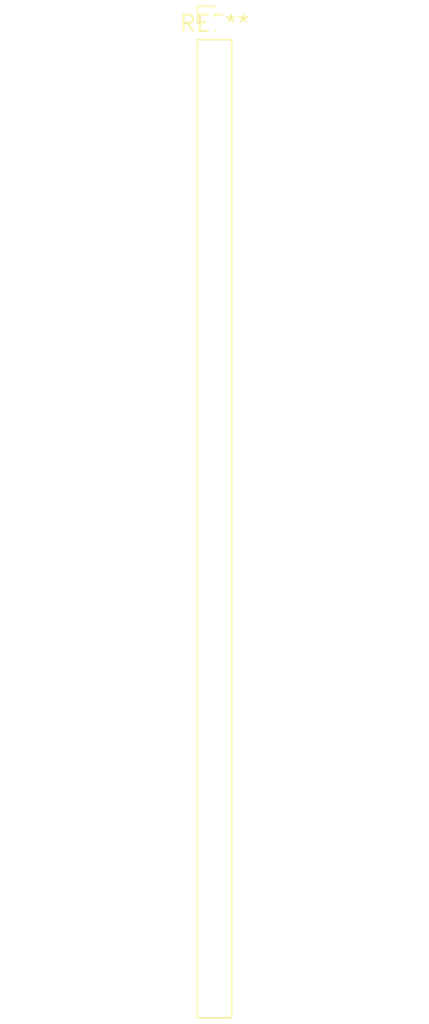
<source format=kicad_pcb>
(kicad_pcb (version 20240108) (generator pcbnew)
  (layers (0 "F.Cu" signal) (31 "B.Cu" signal) (34 "B.Paste" user) (35 "F.Paste" user) (36 "B.SilkS" user "B.Silkscreen") (37 "F.SilkS" user "F.Silkscreen") (38 "B.Mask" user) (39 "F.Mask" user) (44 "Edge.Cuts" user))
  (net 0 "")
  (footprint "PinHeader_1x31_P2.54mm_Vertical" (layer "F.Cu") (at 0 0)
    (property "Reference" "REF**")
    (property "Value" "PinHeader_1x31_P2.54mm_Vertical")
    (fp_line (start -1.33 -1.33) (end 0 -1.33) (layer "F.SilkS") (stroke (width 0.12)))
    (fp_line (start -1.33 0) (end -1.33 -1.33) (layer "F.SilkS") (stroke (width 0.12)))
    (fp_line (start -1.33 1.27) (end -1.33 77.53) (layer "F.SilkS") (stroke (width 0.12)))
    (fp_line (start -1.33 1.27) (end 1.33 1.27) (layer "F.SilkS") (stroke (width 0.12)))
    (fp_line (start -1.33 77.53) (end 1.33 77.53) (layer "F.SilkS") (stroke (width 0.12)))
    (fp_line (start 1.33 1.27) (end 1.33 77.53) (layer "F.SilkS") (stroke (width 0.12)))
    (pad "1" thru_hole rect (at 0 0) (size 1.7 1.7) (drill 1) (layers *.Cu *.Mask) (remove_unused_layers))
    (pad "2" thru_hole oval (at 0 2.54) (size 1.7 1.7) (drill 1) (layers *.Cu *.Mask) (remove_unused_layers))
    (pad "3" thru_hole oval (at 0 5.08) (size 1.7 1.7) (drill 1) (layers *.Cu *.Mask) (remove_unused_layers))
    (pad "4" thru_hole oval (at 0 7.62) (size 1.7 1.7) (drill 1) (layers *.Cu *.Mask) (remove_unused_layers))
    (pad "5" thru_hole oval (at 0 10.16) (size 1.7 1.7) (drill 1) (layers *.Cu *.Mask) (remove_unused_layers))
    (pad "6" thru_hole oval (at 0 12.7) (size 1.7 1.7) (drill 1) (layers *.Cu *.Mask) (remove_unused_layers))
    (pad "7" thru_hole oval (at 0 15.24) (size 1.7 1.7) (drill 1) (layers *.Cu *.Mask) (remove_unused_layers))
    (pad "8" thru_hole oval (at 0 17.78) (size 1.7 1.7) (drill 1) (layers *.Cu *.Mask) (remove_unused_layers))
    (pad "9" thru_hole oval (at 0 20.32) (size 1.7 1.7) (drill 1) (layers *.Cu *.Mask) (remove_unused_layers))
    (pad "10" thru_hole oval (at 0 22.86) (size 1.7 1.7) (drill 1) (layers *.Cu *.Mask) (remove_unused_layers))
    (pad "11" thru_hole oval (at 0 25.4) (size 1.7 1.7) (drill 1) (layers *.Cu *.Mask) (remove_unused_layers))
    (pad "12" thru_hole oval (at 0 27.94) (size 1.7 1.7) (drill 1) (layers *.Cu *.Mask) (remove_unused_layers))
    (pad "13" thru_hole oval (at 0 30.48) (size 1.7 1.7) (drill 1) (layers *.Cu *.Mask) (remove_unused_layers))
    (pad "14" thru_hole oval (at 0 33.02) (size 1.7 1.7) (drill 1) (layers *.Cu *.Mask) (remove_unused_layers))
    (pad "15" thru_hole oval (at 0 35.56) (size 1.7 1.7) (drill 1) (layers *.Cu *.Mask) (remove_unused_layers))
    (pad "16" thru_hole oval (at 0 38.1) (size 1.7 1.7) (drill 1) (layers *.Cu *.Mask) (remove_unused_layers))
    (pad "17" thru_hole oval (at 0 40.64) (size 1.7 1.7) (drill 1) (layers *.Cu *.Mask) (remove_unused_layers))
    (pad "18" thru_hole oval (at 0 43.18) (size 1.7 1.7) (drill 1) (layers *.Cu *.Mask) (remove_unused_layers))
    (pad "19" thru_hole oval (at 0 45.72) (size 1.7 1.7) (drill 1) (layers *.Cu *.Mask) (remove_unused_layers))
    (pad "20" thru_hole oval (at 0 48.26) (size 1.7 1.7) (drill 1) (layers *.Cu *.Mask) (remove_unused_layers))
    (pad "21" thru_hole oval (at 0 50.8) (size 1.7 1.7) (drill 1) (layers *.Cu *.Mask) (remove_unused_layers))
    (pad "22" thru_hole oval (at 0 53.34) (size 1.7 1.7) (drill 1) (layers *.Cu *.Mask) (remove_unused_layers))
    (pad "23" thru_hole oval (at 0 55.88) (size 1.7 1.7) (drill 1) (layers *.Cu *.Mask) (remove_unused_layers))
    (pad "24" thru_hole oval (at 0 58.42) (size 1.7 1.7) (drill 1) (layers *.Cu *.Mask) (remove_unused_layers))
    (pad "25" thru_hole oval (at 0 60.96) (size 1.7 1.7) (drill 1) (layers *.Cu *.Mask) (remove_unused_layers))
    (pad "26" thru_hole oval (at 0 63.5) (size 1.7 1.7) (drill 1) (layers *.Cu *.Mask) (remove_unused_layers))
    (pad "27" thru_hole oval (at 0 66.04) (size 1.7 1.7) (drill 1) (layers *.Cu *.Mask) (remove_unused_layers))
    (pad "28" thru_hole oval (at 0 68.58) (size 1.7 1.7) (drill 1) (layers *.Cu *.Mask) (remove_unused_layers))
    (pad "29" thru_hole oval (at 0 71.12) (size 1.7 1.7) (drill 1) (layers *.Cu *.Mask) (remove_unused_layers))
    (pad "30" thru_hole oval (at 0 73.66) (size 1.7 1.7) (drill 1) (layers *.Cu *.Mask) (remove_unused_layers))
    (pad "31" thru_hole oval (at 0 76.2) (size 1.7 1.7) (drill 1) (layers *.Cu *.Mask) (remove_unused_layers))
  )
)
</source>
